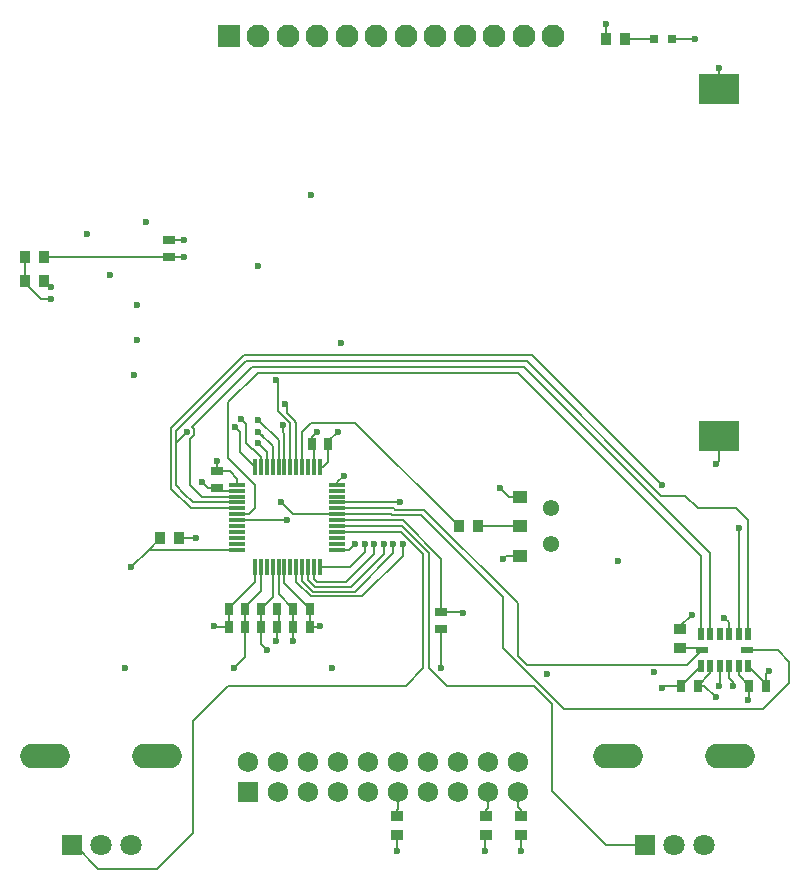
<source format=gbr>
%TF.GenerationSoftware,KiCad,Pcbnew,9.0.6-1.fc43*%
%TF.CreationDate,2025-12-20T07:51:11-05:00*%
%TF.ProjectId,electrical,656c6563-7472-4696-9361-6c2e6b696361,rev?*%
%TF.SameCoordinates,Original*%
%TF.FileFunction,Copper,L4,Bot*%
%TF.FilePolarity,Positive*%
%FSLAX46Y46*%
G04 Gerber Fmt 4.6, Leading zero omitted, Abs format (unit mm)*
G04 Created by KiCad (PCBNEW 9.0.6-1.fc43) date 2025-12-20 07:51:11*
%MOMM*%
%LPD*%
G01*
G04 APERTURE LIST*
%TA.AperFunction,ComponentPad*%
%ADD10R,1.725000X1.725000*%
%TD*%
%TA.AperFunction,ComponentPad*%
%ADD11C,1.725000*%
%TD*%
%TA.AperFunction,ComponentPad*%
%ADD12R,1.800000X1.800000*%
%TD*%
%TA.AperFunction,ComponentPad*%
%ADD13C,1.800000*%
%TD*%
%TA.AperFunction,ComponentPad*%
%ADD14O,4.200000X2.100000*%
%TD*%
%TA.AperFunction,SMDPad,CuDef*%
%ADD15R,1.200000X1.000000*%
%TD*%
%TA.AperFunction,ComponentPad*%
%ADD16C,1.381000*%
%TD*%
%TA.AperFunction,SMDPad,CuDef*%
%ADD17R,0.900000X1.000000*%
%TD*%
%TA.AperFunction,SMDPad,CuDef*%
%ADD18R,0.780000X0.990000*%
%TD*%
%TA.AperFunction,SMDPad,CuDef*%
%ADD19R,0.508000X1.117600*%
%TD*%
%TA.AperFunction,SMDPad,CuDef*%
%ADD20R,1.117600X0.508000*%
%TD*%
%TA.AperFunction,SMDPad,CuDef*%
%ADD21R,1.000000X0.900000*%
%TD*%
%TA.AperFunction,SMDPad,CuDef*%
%ADD22R,0.990000X0.780000*%
%TD*%
%TA.AperFunction,SMDPad,CuDef*%
%ADD23R,3.500000X2.600000*%
%TD*%
%TA.AperFunction,ComponentPad*%
%ADD24R,1.950000X1.950000*%
%TD*%
%TA.AperFunction,ComponentPad*%
%ADD25C,1.950000*%
%TD*%
%TA.AperFunction,SMDPad,CuDef*%
%ADD26R,1.475000X0.300000*%
%TD*%
%TA.AperFunction,SMDPad,CuDef*%
%ADD27R,0.300000X1.475000*%
%TD*%
%TA.AperFunction,SMDPad,CuDef*%
%ADD28R,0.800000X0.800000*%
%TD*%
%TA.AperFunction,ViaPad*%
%ADD29C,0.600000*%
%TD*%
%TA.AperFunction,Conductor*%
%ADD30C,0.200000*%
%TD*%
G04 APERTURE END LIST*
D10*
%TO.P,J1,1,1*%
%TO.N,+3V0*%
X143180000Y-129500000D03*
D11*
%TO.P,J1,2,2*%
X143180000Y-126960000D03*
%TO.P,J1,3,3*%
%TO.N,/Processor/TRST*%
X145720000Y-129500000D03*
%TO.P,J1,4,4*%
%TO.N,GND*%
X145720000Y-126960000D03*
%TO.P,J1,5,5*%
%TO.N,/Processor/TDI*%
X148260000Y-129500000D03*
%TO.P,J1,6,6*%
%TO.N,GND*%
X148260000Y-126960000D03*
%TO.P,J1,7,7*%
%TO.N,/Processor/TMS{slash}SWDAT*%
X150800000Y-129500000D03*
%TO.P,J1,8,8*%
%TO.N,GND*%
X150800000Y-126960000D03*
%TO.P,J1,9,9*%
%TO.N,/Processor/TCK{slash}SWCLK*%
X153340000Y-129500000D03*
%TO.P,J1,10,10*%
%TO.N,GND*%
X153340000Y-126960000D03*
%TO.P,J1,11,11*%
%TO.N,Net-(J1-Pad11)*%
X155880000Y-129500000D03*
%TO.P,J1,12,12*%
%TO.N,GND*%
X155880000Y-126960000D03*
%TO.P,J1,13,13*%
%TO.N,/Processor/TDO*%
X158420000Y-129500000D03*
%TO.P,J1,14,14*%
%TO.N,GND*%
X158420000Y-126960000D03*
%TO.P,J1,15,15*%
%TO.N,/Processor/NRST*%
X160960000Y-129500000D03*
%TO.P,J1,16,16*%
%TO.N,GND*%
X160960000Y-126960000D03*
%TO.P,J1,17,17*%
%TO.N,Net-(J1-Pad17)*%
X163500000Y-129500000D03*
%TO.P,J1,18,18*%
%TO.N,GND*%
X163500000Y-126960000D03*
%TO.P,J1,19,19*%
%TO.N,Net-(J1-Pad19)*%
X166040000Y-129500000D03*
%TO.P,J1,20,20*%
%TO.N,GND*%
X166040000Y-126960000D03*
%TD*%
D12*
%TO.P,RV1,1,1*%
%TO.N,/Processor/POT_1*%
X128250000Y-133975000D03*
D13*
%TO.P,RV1,2,2*%
%TO.N,GND*%
X130750000Y-133975000D03*
%TO.P,RV1,3,3*%
%TO.N,+3V0*%
X133250000Y-133975000D03*
D14*
%TO.P,RV1,S1*%
%TO.N,N/C*%
X126000000Y-126475000D03*
%TO.P,RV1,S2*%
X135500000Y-126475000D03*
%TD*%
D12*
%TO.P,RV2,1,1*%
%TO.N,/Processor/POT_2*%
X176750000Y-134000000D03*
D13*
%TO.P,RV2,2,2*%
%TO.N,GND*%
X179250000Y-134000000D03*
%TO.P,RV2,3,3*%
%TO.N,+3V0*%
X181750000Y-134000000D03*
D14*
%TO.P,RV2,S1*%
%TO.N,N/C*%
X174500000Y-126500000D03*
%TO.P,RV2,S2*%
X184000000Y-126500000D03*
%TD*%
D15*
%TO.P,SW2,1,A*%
%TO.N,+3V0*%
X166200000Y-104500000D03*
%TO.P,SW2,2,B*%
%TO.N,Net-(SW2A-B)*%
X166200000Y-107000000D03*
%TO.P,SW2,3,C*%
%TO.N,GND*%
X166200000Y-109500000D03*
D16*
%TO.P,SW2,4*%
%TO.N,N/C*%
X168800000Y-105500000D03*
%TO.P,SW2,5*%
X168800000Y-108500000D03*
%TD*%
D17*
%TO.P,R1,1*%
%TO.N,GND*%
X173500000Y-65750000D03*
%TO.P,R1,2*%
%TO.N,Net-(D1-K)*%
X175100000Y-65750000D03*
%TD*%
D18*
%TO.P,C7,1*%
%TO.N,GND*%
X145650000Y-114012000D03*
%TO.P,C7,2*%
%TO.N,+3V0*%
X144250000Y-114012000D03*
%TD*%
D19*
%TO.P,IC3,1,VDD_I/O*%
%TO.N,+3V0*%
X185506600Y-118871600D03*
%TO.P,IC3,2,GND_2*%
%TO.N,GND*%
X184693800Y-118871600D03*
%TO.P,IC3,3,RESERVED_2*%
%TO.N,+3V0*%
X183906400Y-118871600D03*
%TO.P,IC3,4,GND_3*%
%TO.N,GND*%
X183093600Y-118871600D03*
%TO.P,IC3,5,GND*%
X182306200Y-118871600D03*
%TO.P,IC3,6,VS*%
%TO.N,+3V0*%
X181493400Y-118871600D03*
D20*
%TO.P,IC3,7,~{CS}*%
%TO.N,/Accelerometer/ADXL_CS*%
X181620400Y-117500000D03*
D19*
%TO.P,IC3,8,INT1*%
%TO.N,/Accelerometer/ADXL_INT1*%
X181493400Y-116128400D03*
%TO.P,IC3,9,INT2*%
%TO.N,/Accelerometer/ADXL_INT2*%
X182306200Y-116128400D03*
%TO.P,IC3,10,NC*%
%TO.N,unconnected-(IC3-NC-Pad10)*%
X183093600Y-116128400D03*
%TO.P,IC3,11,RESERVED*%
%TO.N,+3V0*%
X183906400Y-116128400D03*
%TO.P,IC3,12,SDO/ALT_ADDRESS*%
%TO.N,/Accelerometer/ADXL_SDO*%
X184693800Y-116128400D03*
%TO.P,IC3,13,SDA/SDI/SDIO*%
%TO.N,/Accelerometer/ADXL_SDI*%
X185506600Y-116128400D03*
D20*
%TO.P,IC3,14,SCL/SCLK*%
%TO.N,/Accelerometer/ADXL_SCL*%
X185379600Y-117500000D03*
%TD*%
D21*
%TO.P,R2,1*%
%TO.N,Net-(J1-Pad19)*%
X166300000Y-131540000D03*
%TO.P,R2,2*%
%TO.N,GND*%
X166300000Y-133140000D03*
%TD*%
D18*
%TO.P,C5,1*%
%TO.N,GND*%
X148400000Y-114012000D03*
%TO.P,C5,2*%
%TO.N,+3V0*%
X147000000Y-114012000D03*
%TD*%
D21*
%TO.P,R3,1*%
%TO.N,GND*%
X163300000Y-133140000D03*
%TO.P,R3,2*%
%TO.N,Net-(J1-Pad17)*%
X163300000Y-131540000D03*
%TD*%
D22*
%TO.P,C2,1*%
%TO.N,GND*%
X140500000Y-103750000D03*
%TO.P,C2,2*%
%TO.N,+3V0*%
X140500000Y-102350000D03*
%TD*%
D23*
%TO.P,BT2,1,+*%
%TO.N,+3V0*%
X183000000Y-70000000D03*
%TO.P,BT2,2,-*%
%TO.N,GND*%
X183000000Y-99400000D03*
%TD*%
D18*
%TO.P,C3,1*%
%TO.N,GND*%
X148550000Y-100012000D03*
%TO.P,C3,2*%
%TO.N,+3V0*%
X149950000Y-100012000D03*
%TD*%
D22*
%TO.P,C21,1*%
%TO.N,+3V0*%
X136500000Y-84200000D03*
%TO.P,C21,2*%
%TO.N,GND*%
X136500000Y-82800000D03*
%TD*%
D18*
%TO.P,C4,1*%
%TO.N,+3V0*%
X141550000Y-115512000D03*
%TO.P,C4,2*%
%TO.N,GND*%
X142950000Y-115512000D03*
%TD*%
%TO.P,C8,1*%
%TO.N,+3V0*%
X144250000Y-115512000D03*
%TO.P,C8,2*%
%TO.N,GND*%
X145650000Y-115512000D03*
%TD*%
D17*
%TO.P,R5,1*%
%TO.N,/Processor/BOOT0*%
X161000000Y-107000000D03*
%TO.P,R5,2*%
%TO.N,Net-(SW2A-B)*%
X162600000Y-107000000D03*
%TD*%
D21*
%TO.P,R4,1*%
%TO.N,GND*%
X155800000Y-133140000D03*
%TO.P,R4,2*%
%TO.N,Net-(J1-Pad11)*%
X155800000Y-131540000D03*
%TD*%
%TO.P,R9,1*%
%TO.N,+3V0*%
X179750000Y-115700000D03*
%TO.P,R9,2*%
%TO.N,/Accelerometer/ADXL_CS*%
X179750000Y-117300000D03*
%TD*%
D22*
%TO.P,C9,1*%
%TO.N,/Processor/NRST*%
X159500000Y-114300000D03*
%TO.P,C9,2*%
%TO.N,GND*%
X159500000Y-115700000D03*
%TD*%
D17*
%TO.P,R10,1*%
%TO.N,+3V0*%
X125850000Y-84250000D03*
%TO.P,R10,2*%
%TO.N,/Screen/1V8*%
X124250000Y-84250000D03*
%TD*%
D18*
%TO.P,C11,1*%
%TO.N,+3V0*%
X187000000Y-120500000D03*
%TO.P,C11,2*%
%TO.N,GND*%
X185600000Y-120500000D03*
%TD*%
%TO.P,C10,1*%
%TO.N,GND*%
X181250000Y-120500000D03*
%TO.P,C10,2*%
%TO.N,+3V0*%
X179850000Y-120500000D03*
%TD*%
D24*
%TO.P,IC2,1,VIN*%
%TO.N,+3V0*%
X141520000Y-65530000D03*
D25*
%TO.P,IC2,2,3V0*%
%TO.N,unconnected-(IC2-3V0-Pad2)*%
X144020000Y-65530000D03*
%TO.P,IC2,3,GND*%
%TO.N,GND*%
X146520000Y-65530000D03*
%TO.P,IC2,4,SCK*%
%TO.N,/Processor/WIFI_SCK*%
X149020000Y-65530000D03*
%TO.P,IC2,5,MISO*%
%TO.N,/Processor/WIFI_MISO*%
X151520000Y-65530000D03*
%TO.P,IC2,6,MOSI*%
%TO.N,/Processor/WIFI_MOSI*%
X154020000Y-65530000D03*
%TO.P,IC2,7,CS*%
%TO.N,/Processor/WIFI_CS*%
X156520000Y-65530000D03*
%TO.P,IC2,8,BUSY*%
%TO.N,/Processor/WIFI_BUSY*%
X159020000Y-65530000D03*
%TO.P,IC2,9,RESET*%
%TO.N,/Processor/WIFI_RESET*%
X161520000Y-65530000D03*
%TO.P,IC2,10,GPIO_0*%
%TO.N,unconnected-(IC2-GPIO_0-Pad10)*%
X164020000Y-65530000D03*
%TO.P,IC2,11,UART_RX*%
%TO.N,unconnected-(IC2-UART_RX-Pad11)*%
X166520000Y-65530000D03*
%TO.P,IC2,12,UART_TX*%
%TO.N,unconnected-(IC2-UART_TX-Pad12)*%
X169020000Y-65530000D03*
%TD*%
D17*
%TO.P,R11,1*%
%TO.N,GND*%
X125850000Y-86250000D03*
%TO.P,R11,2*%
%TO.N,/Screen/1V8*%
X124250000Y-86250000D03*
%TD*%
D26*
%TO.P,IC1,1,VBAT*%
%TO.N,+3V0*%
X150738000Y-103500000D03*
%TO.P,IC1,2,PC13*%
%TO.N,unconnected-(IC1-PC13-Pad2)*%
X150738000Y-104000000D03*
%TO.P,IC1,3,PC14_-_OSC32_IN*%
%TO.N,unconnected-(IC1-PC14_-_OSC32_IN-Pad3)*%
X150738000Y-104500000D03*
%TO.P,IC1,4,PC15_-_OSC32_OUT*%
%TO.N,/Processor/BUTTON_2*%
X150738000Y-105000000D03*
%TO.P,IC1,5,PF0_-_OSC_IN*%
%TO.N,/Accelerometer/ADXL_CS*%
X150738000Y-105500000D03*
%TO.P,IC1,6,PF1_-_OSC_OUT*%
%TO.N,/Accelerometer/ADXL_SCL*%
X150738000Y-106000000D03*
%TO.P,IC1,7,PG10_-_NRST*%
%TO.N,/Processor/NRST*%
X150738000Y-106500000D03*
%TO.P,IC1,8,PA0*%
%TO.N,/Processor/POT_2*%
X150738000Y-107000000D03*
%TO.P,IC1,9,PA1*%
%TO.N,/Processor/POT_1*%
X150738000Y-107500000D03*
%TO.P,IC1,10,PA2*%
%TO.N,unconnected-(IC1-PA2-Pad10)*%
X150738000Y-108000000D03*
%TO.P,IC1,11,PA3*%
%TO.N,unconnected-(IC1-PA3-Pad11)*%
X150738000Y-108500000D03*
%TO.P,IC1,12,PA4*%
%TO.N,/Processor/WIFI_CS*%
X150738000Y-109000000D03*
D27*
%TO.P,IC1,13,PA5*%
%TO.N,/Processor/WIFI_SCK*%
X149250000Y-110488000D03*
%TO.P,IC1,14,PA6*%
%TO.N,/Processor/WIFI_MISO*%
X148750000Y-110488000D03*
%TO.P,IC1,15,PA7*%
%TO.N,/Processor/WIFI_MOSI*%
X148250000Y-110488000D03*
%TO.P,IC1,16,PB0*%
%TO.N,/Processor/WIFI_RESET*%
X147750000Y-110488000D03*
%TO.P,IC1,17,PB1*%
%TO.N,/Processor/WIFI_BUSY*%
X147250000Y-110488000D03*
%TO.P,IC1,18,PB2*%
%TO.N,unconnected-(IC1-PB2-Pad18)*%
X146750000Y-110488000D03*
%TO.P,IC1,19,VSSA*%
%TO.N,GND*%
X146250000Y-110488000D03*
%TO.P,IC1,20,VREF+*%
%TO.N,+3V0*%
X145750000Y-110488000D03*
%TO.P,IC1,21,VDDA*%
X145250000Y-110488000D03*
%TO.P,IC1,22,PB10*%
%TO.N,unconnected-(IC1-PB10-Pad22)*%
X144750000Y-110488000D03*
%TO.P,IC1,23,VSS_1*%
%TO.N,GND*%
X144250000Y-110488000D03*
%TO.P,IC1,24,VDD_1*%
%TO.N,+3V0*%
X143750000Y-110488000D03*
D26*
%TO.P,IC1,25,PB11*%
%TO.N,/Processor/BUTTON_1*%
X142262000Y-109000000D03*
%TO.P,IC1,26,PB12*%
%TO.N,unconnected-(IC1-PB12-Pad26)*%
X142262000Y-108500000D03*
%TO.P,IC1,27,PB13*%
%TO.N,unconnected-(IC1-PB13-Pad27)*%
X142262000Y-108000000D03*
%TO.P,IC1,28,PB14*%
%TO.N,unconnected-(IC1-PB14-Pad28)*%
X142262000Y-107500000D03*
%TO.P,IC1,29,PB15*%
%TO.N,unconnected-(IC1-PB15-Pad29)*%
X142262000Y-107000000D03*
%TO.P,IC1,30,PA8*%
%TO.N,/Processor/EINK_RST*%
X142262000Y-106500000D03*
%TO.P,IC1,31,PA9*%
%TO.N,/Accelerometer/ADXL_INT1*%
X142262000Y-106000000D03*
%TO.P,IC1,32,PA10*%
%TO.N,/Accelerometer/ADXL_SDO*%
X142262000Y-105500000D03*
%TO.P,IC1,33,PA11*%
%TO.N,/Accelerometer/ADXL_SDI*%
X142262000Y-105000000D03*
%TO.P,IC1,34,PA12*%
%TO.N,/Accelerometer/ADXL_INT2*%
X142262000Y-104500000D03*
%TO.P,IC1,35,VSS_2*%
%TO.N,GND*%
X142262000Y-104000000D03*
%TO.P,IC1,36,VDD_2*%
%TO.N,+3V0*%
X142262000Y-103500000D03*
D27*
%TO.P,IC1,37,PA13*%
%TO.N,/Processor/TMS{slash}SWDAT*%
X143750000Y-102012000D03*
%TO.P,IC1,38,PA14*%
%TO.N,/Processor/TCK{slash}SWCLK*%
X144250000Y-102012000D03*
%TO.P,IC1,39,PA15*%
%TO.N,/Processor/TDI*%
X144750000Y-102012000D03*
%TO.P,IC1,40,PB3*%
%TO.N,/Processor/TDO*%
X145250000Y-102012000D03*
%TO.P,IC1,41,PB4*%
%TO.N,/Processor/TRST*%
X145750000Y-102012000D03*
%TO.P,IC1,42,PB5*%
%TO.N,/Processor/EINK_CS*%
X146250000Y-102012000D03*
%TO.P,IC1,43,PB6*%
%TO.N,/Processor/EINK_BUSY*%
X146750000Y-102012000D03*
%TO.P,IC1,44,PB7*%
%TO.N,/Processor/EINK_D_C*%
X147250000Y-102012000D03*
%TO.P,IC1,45,PB8-BOOT0*%
%TO.N,/Processor/BOOT0*%
X147750000Y-102012000D03*
%TO.P,IC1,46,PB9*%
%TO.N,unconnected-(IC1-PB9-Pad46)*%
X148250000Y-102012000D03*
%TO.P,IC1,47,VSS_3*%
%TO.N,GND*%
X148750000Y-102012000D03*
%TO.P,IC1,48,VDD_3*%
%TO.N,+3V0*%
X149250000Y-102012000D03*
%TD*%
D18*
%TO.P,C1,1*%
%TO.N,GND*%
X142950000Y-114012000D03*
%TO.P,C1,2*%
%TO.N,+3V0*%
X141550000Y-114012000D03*
%TD*%
D17*
%TO.P,R7,1*%
%TO.N,/Processor/BUTTON_1*%
X135750000Y-108000000D03*
%TO.P,R7,2*%
%TO.N,+3V0*%
X137350000Y-108000000D03*
%TD*%
D28*
%TO.P,D1,1,K*%
%TO.N,Net-(D1-K)*%
X177550000Y-65750000D03*
%TO.P,D1,2,A*%
%TO.N,+3V0*%
X179050000Y-65750000D03*
%TD*%
D18*
%TO.P,C6,1*%
%TO.N,+3V0*%
X147000000Y-115512000D03*
%TO.P,C6,2*%
%TO.N,GND*%
X148400000Y-115512000D03*
%TD*%
D29*
%TO.N,GND*%
X182750000Y-101750000D03*
X166250000Y-134500000D03*
X133750000Y-91250000D03*
X142000000Y-119000000D03*
X139250000Y-103250000D03*
X133750000Y-88250000D03*
X159500000Y-119000000D03*
X177500000Y-119350000D03*
X168500000Y-119500000D03*
X145500000Y-116750000D03*
X163250000Y-134500000D03*
X148500000Y-79000000D03*
X149250000Y-115500000D03*
X185500000Y-121750000D03*
X126500000Y-86750000D03*
X155750000Y-134500000D03*
X173500000Y-64500000D03*
X164750000Y-109750000D03*
X183000000Y-120500000D03*
X129500000Y-82250000D03*
X182750000Y-121500000D03*
X133500000Y-94250000D03*
X132750000Y-119000000D03*
X134500000Y-81250000D03*
X137750000Y-82750000D03*
X150250000Y-119000000D03*
X149000000Y-99000000D03*
%TO.N,+3V0*%
X147000000Y-116750000D03*
X138750000Y-108000000D03*
X178250000Y-120750000D03*
X144750000Y-117500000D03*
X151000000Y-91500000D03*
X183500000Y-114750000D03*
X187250000Y-119250000D03*
X151250000Y-102750000D03*
X150750000Y-99000000D03*
X140250000Y-115500000D03*
X140500000Y-101500000D03*
X183000000Y-68250000D03*
X137750000Y-84250000D03*
X144000000Y-85000000D03*
X174500000Y-110000000D03*
X180750000Y-114500000D03*
X131500000Y-85750000D03*
X184250000Y-120500000D03*
X181000000Y-65750000D03*
X164500000Y-103750000D03*
%TO.N,/Processor/NRST*%
X161375000Y-114375000D03*
%TO.N,/Screen/1V8*%
X126500000Y-87750000D03*
%TO.N,/Accelerometer/ADXL_SCL*%
X146000000Y-105000000D03*
%TO.N,/Processor/EINK_CS*%
X146092185Y-98440715D03*
%TO.N,/Processor/EINK_D_C*%
X146318500Y-96667027D03*
%TO.N,/Processor/TCK{slash}SWCLK*%
X142543761Y-97934358D03*
%TO.N,/Processor/TMS{slash}SWDAT*%
X142100000Y-98600000D03*
%TO.N,/Processor/WIFI_CS*%
X152250000Y-108500000D03*
%TO.N,/Processor/WIFI_SCK*%
X153050003Y-108500000D03*
%TO.N,/Processor/BUTTON_2*%
X156000000Y-105000000D03*
%TO.N,/Processor/EINK_RST*%
X146500000Y-106500000D03*
%TO.N,/Processor/BUTTON_1*%
X133250000Y-110500000D03*
%TO.N,/Processor/WIFI_BUSY*%
X156250015Y-108500000D03*
%TO.N,/Processor/TRST*%
X144000000Y-98000000D03*
%TO.N,/Accelerometer/ADXL_SDO*%
X184693800Y-107193800D03*
X178250000Y-103500000D03*
%TO.N,/Processor/WIFI_MOSI*%
X154650009Y-108500000D03*
%TO.N,/Processor/TDO*%
X144000000Y-99000000D03*
%TO.N,/Processor/WIFI_RESET*%
X155450012Y-108500000D03*
%TO.N,/Accelerometer/ADXL_SDI*%
X138000000Y-99000000D03*
%TO.N,/Processor/EINK_BUSY*%
X145515627Y-94600000D03*
%TO.N,/Processor/WIFI_MISO*%
X153850006Y-108500000D03*
%TO.N,/Processor/TDI*%
X144000000Y-100000000D03*
%TD*%
D30*
%TO.N,GND*%
X146250000Y-110488000D02*
X146250000Y-111862000D01*
X140750000Y-104000000D02*
X140500000Y-103750000D01*
X142950000Y-118050000D02*
X142000000Y-119000000D01*
X145650000Y-116600000D02*
X145500000Y-116750000D01*
X185600000Y-120500000D02*
X185600000Y-121650000D01*
X149238000Y-115512000D02*
X149250000Y-115500000D01*
X137700000Y-82800000D02*
X137750000Y-82750000D01*
X183093600Y-120406400D02*
X183000000Y-120500000D01*
X173500000Y-65750000D02*
X173500000Y-64500000D01*
X148400000Y-114012000D02*
X148400000Y-115512000D01*
X148550000Y-99450000D02*
X149000000Y-99000000D01*
X185600000Y-121650000D02*
X185500000Y-121750000D01*
X159500000Y-115700000D02*
X159500000Y-119000000D01*
X136500000Y-82800000D02*
X137700000Y-82800000D01*
X148550000Y-100012000D02*
X148550000Y-99450000D01*
X185600000Y-120500000D02*
X184693800Y-119593800D01*
X148400000Y-115512000D02*
X149238000Y-115512000D01*
X148750000Y-100212000D02*
X148750000Y-102012000D01*
X163250000Y-133190000D02*
X163300000Y-133140000D01*
X181750000Y-120500000D02*
X182750000Y-121500000D01*
X165000000Y-109500000D02*
X164750000Y-109750000D01*
X145750000Y-115512000D02*
X145750000Y-114112000D01*
X142950000Y-115512000D02*
X142950000Y-118050000D01*
X144250000Y-112525000D02*
X142950000Y-113825000D01*
X166200000Y-109500000D02*
X165000000Y-109500000D01*
X183000000Y-101500000D02*
X182750000Y-101750000D01*
X142950000Y-114012000D02*
X142750000Y-113812000D01*
X155750000Y-134500000D02*
X155750000Y-133190000D01*
X181250000Y-120500000D02*
X182306200Y-119443800D01*
X183000000Y-99400000D02*
X183000000Y-101500000D01*
X163250000Y-134500000D02*
X163250000Y-133190000D01*
X142262000Y-104000000D02*
X140750000Y-104000000D01*
X145650000Y-115512000D02*
X145650000Y-116600000D01*
X166250000Y-133190000D02*
X166300000Y-133140000D01*
X182306200Y-119443800D02*
X182306200Y-118871600D01*
X142950000Y-113825000D02*
X142950000Y-114012000D01*
X140500000Y-103750000D02*
X139750000Y-103750000D01*
X145750000Y-114112000D02*
X145650000Y-114012000D01*
X146250000Y-111862000D02*
X148400000Y-114012000D01*
X148550000Y-100012000D02*
X148750000Y-100212000D01*
X142950000Y-115512000D02*
X142950000Y-114012000D01*
X166250000Y-134500000D02*
X166250000Y-133190000D01*
X181250000Y-120500000D02*
X181750000Y-120500000D01*
X139750000Y-103750000D02*
X139250000Y-103250000D01*
X183093600Y-118871600D02*
X183093600Y-120406400D01*
X144250000Y-110488000D02*
X144250000Y-112525000D01*
X155750000Y-133190000D02*
X155800000Y-133140000D01*
X184693800Y-119593800D02*
X184693800Y-118871600D01*
%TO.N,+3V0*%
X150738000Y-103262000D02*
X151250000Y-102750000D01*
X187000000Y-120500000D02*
X187000000Y-120365000D01*
X179850000Y-120500000D02*
X178500000Y-120500000D01*
X137700000Y-84200000D02*
X137750000Y-84250000D01*
X149488000Y-102012000D02*
X149950000Y-101550000D01*
X184250000Y-120187200D02*
X183906400Y-119843600D01*
X166200000Y-104500000D02*
X165250000Y-104500000D01*
X145250000Y-113012000D02*
X145250000Y-110488000D01*
X141550000Y-115512000D02*
X140262000Y-115512000D01*
X125850000Y-84250000D02*
X136450000Y-84250000D01*
X143750000Y-111750000D02*
X143750000Y-110488000D01*
X144250000Y-117000000D02*
X144750000Y-117500000D01*
X145750000Y-112762000D02*
X145750000Y-110488000D01*
X147000000Y-115512000D02*
X147000000Y-114012000D01*
X149950000Y-101550000D02*
X149950000Y-100012000D01*
X184250000Y-120500000D02*
X184250000Y-120187200D01*
X141550000Y-113950000D02*
X143750000Y-111750000D01*
X165250000Y-104500000D02*
X164500000Y-103750000D01*
X136500000Y-84200000D02*
X137700000Y-84200000D01*
X144250000Y-115512000D02*
X144250000Y-114012000D01*
X142262000Y-103012000D02*
X141600000Y-102350000D01*
X183906400Y-119843600D02*
X183906400Y-118871600D01*
X141600000Y-102350000D02*
X140500000Y-102350000D01*
X187000000Y-120500000D02*
X187000000Y-119500000D01*
X142262000Y-103500000D02*
X142262000Y-103012000D01*
X144250000Y-114012000D02*
X145250000Y-113012000D01*
X137350000Y-108000000D02*
X138750000Y-108000000D01*
X149950000Y-100012000D02*
X149950000Y-99800000D01*
X140500000Y-102350000D02*
X140500000Y-101500000D01*
X183906400Y-116128400D02*
X183906400Y-115156400D01*
X187000000Y-120365000D02*
X185506600Y-118871600D01*
X141550000Y-115512000D02*
X141550000Y-114012000D01*
X183000000Y-70000000D02*
X183000000Y-68250000D01*
X150738000Y-103500000D02*
X150738000Y-103262000D01*
X179850000Y-120500000D02*
X179865000Y-120500000D01*
X179750000Y-115500000D02*
X180750000Y-114500000D01*
X141550000Y-114012000D02*
X141550000Y-113950000D01*
X149250000Y-102012000D02*
X149488000Y-102012000D01*
X144250000Y-115512000D02*
X144250000Y-117000000D01*
X147000000Y-115512000D02*
X147000000Y-116750000D01*
X149950000Y-99800000D02*
X150750000Y-99000000D01*
X136450000Y-84250000D02*
X136500000Y-84200000D01*
X140262000Y-115512000D02*
X140250000Y-115500000D01*
X179050000Y-65750000D02*
X181000000Y-65750000D01*
X179865000Y-120500000D02*
X181493400Y-118871600D01*
X187000000Y-119500000D02*
X187250000Y-119250000D01*
X178500000Y-120500000D02*
X178250000Y-120750000D01*
X183906400Y-115156400D02*
X183500000Y-114750000D01*
X179750000Y-115700000D02*
X179750000Y-115500000D01*
X147000000Y-114012000D02*
X145750000Y-112762000D01*
%TO.N,/Processor/NRST*%
X161300000Y-114300000D02*
X161375000Y-114375000D01*
X159500000Y-114300000D02*
X161300000Y-114300000D01*
X156250000Y-106500000D02*
X159500000Y-109750000D01*
X159500000Y-109750000D02*
X159500000Y-114300000D01*
X150738000Y-106500000D02*
X156250000Y-106500000D01*
%TO.N,/Screen/1V8*%
X126500000Y-87750000D02*
X125598530Y-87750000D01*
X124250000Y-86401470D02*
X124250000Y-84250000D01*
X125598530Y-87750000D02*
X124250000Y-86401470D01*
%TO.N,Net-(D1-K)*%
X177550000Y-65750000D02*
X175100000Y-65750000D01*
%TO.N,/Accelerometer/ADXL_SCL*%
X164750000Y-113000000D02*
X164750000Y-117317100D01*
X186750000Y-122500000D02*
X189000000Y-120250000D01*
X147000000Y-106000000D02*
X146000000Y-105000000D01*
X155349000Y-106099000D02*
X157849000Y-106099000D01*
X164750000Y-117317100D02*
X169932900Y-122500000D01*
X169932900Y-122500000D02*
X186750000Y-122500000D01*
X189000000Y-118500000D02*
X188000000Y-117500000D01*
X150738000Y-106000000D02*
X155250000Y-106000000D01*
X155250000Y-106000000D02*
X155349000Y-106099000D01*
X157849000Y-106099000D02*
X164750000Y-113000000D01*
X150738000Y-106000000D02*
X147000000Y-106000000D01*
X188000000Y-117500000D02*
X185379600Y-117500000D01*
X189000000Y-120250000D02*
X189000000Y-118500000D01*
%TO.N,/Accelerometer/ADXL_INT1*%
X144000000Y-94000000D02*
X166000000Y-94000000D01*
X181493400Y-109493400D02*
X181493400Y-116128400D01*
X143750000Y-103500000D02*
X141500000Y-101250000D01*
X141500000Y-96500000D02*
X144000000Y-94000000D01*
X142262000Y-106000000D02*
X143251500Y-106000000D01*
X166000000Y-94000000D02*
X181493400Y-109493400D01*
X143750000Y-105501500D02*
X143750000Y-103500000D01*
X141500000Y-101250000D02*
X141500000Y-96500000D01*
X143251500Y-106000000D02*
X143750000Y-105501500D01*
%TO.N,/Accelerometer/ADXL_INT2*%
X166500000Y-93500000D02*
X182306200Y-109306200D01*
X142262000Y-104500000D02*
X139250000Y-104500000D01*
X182306200Y-109306200D02*
X182306200Y-116128400D01*
X138424972Y-98575028D02*
X143500000Y-93500000D01*
X138500000Y-103737000D02*
X138250000Y-103487000D01*
X138500000Y-103750000D02*
X138500000Y-103737000D01*
X139250000Y-104500000D02*
X138500000Y-103750000D01*
X138250000Y-103487000D02*
X138250000Y-99601000D01*
X138250000Y-99601000D02*
X138248943Y-99601000D01*
X138601000Y-98751057D02*
X138424972Y-98575028D01*
X143500000Y-93500000D02*
X166500000Y-93500000D01*
X138601000Y-99248943D02*
X138601000Y-98751057D01*
X138248943Y-99601000D02*
X138601000Y-99248943D01*
%TO.N,/Processor/EINK_CS*%
X146092185Y-98440715D02*
X146092185Y-99025085D01*
X146092185Y-99025085D02*
X146250000Y-99182900D01*
X146250000Y-99182900D02*
X146250000Y-102012000D01*
%TO.N,/Processor/EINK_D_C*%
X146500000Y-96848527D02*
X146500000Y-97432900D01*
X147151000Y-98151000D02*
X147250000Y-98250000D01*
X146500000Y-97432900D02*
X147151000Y-98083900D01*
X147151000Y-98083900D02*
X147151000Y-98151000D01*
X146318500Y-96667027D02*
X146500000Y-96848527D01*
X147250000Y-98250000D02*
X147250000Y-102012000D01*
%TO.N,/Processor/BOOT0*%
X147750000Y-102012000D02*
X147750000Y-99000000D01*
X152250000Y-98250000D02*
X161000000Y-107000000D01*
X147750000Y-99000000D02*
X148500000Y-98250000D01*
X148500000Y-98250000D02*
X152250000Y-98250000D01*
%TO.N,/Processor/TCK{slash}SWCLK*%
X143000000Y-100000000D02*
X143000000Y-98390597D01*
X143000000Y-98390597D02*
X142543761Y-97934358D01*
X144250000Y-102012000D02*
X144250000Y-101136250D01*
X143500000Y-100500000D02*
X143000000Y-100000000D01*
X143613750Y-100500000D02*
X143500000Y-100500000D01*
X144201000Y-101963000D02*
X144250000Y-102012000D01*
X144250000Y-101136250D02*
X143613750Y-100500000D01*
%TO.N,/Processor/TMS{slash}SWDAT*%
X142500000Y-99000000D02*
X142100000Y-98600000D01*
X142500000Y-99000000D02*
X142500000Y-100762000D01*
X142500000Y-100762000D02*
X143750000Y-102012000D01*
%TO.N,/Processor/WIFI_CS*%
X151750000Y-109000000D02*
X152250000Y-108500000D01*
X150738000Y-109000000D02*
X151750000Y-109000000D01*
%TO.N,/Processor/WIFI_SCK*%
X153050003Y-109199997D02*
X153050003Y-108500000D01*
X151762000Y-110488000D02*
X153050003Y-109199997D01*
X151762000Y-110488000D02*
X149250000Y-110488000D01*
%TO.N,/Processor/BUTTON_2*%
X150738000Y-105000000D02*
X156000000Y-105000000D01*
%TO.N,/Processor/EINK_RST*%
X142262000Y-106500000D02*
X146500000Y-106500000D01*
%TO.N,/Accelerometer/ADXL_CS*%
X179750000Y-117300000D02*
X181420400Y-117300000D01*
X181420400Y-117300000D02*
X181620400Y-117500000D01*
X155601000Y-105601000D02*
X158049000Y-105601000D01*
X150738000Y-105500000D02*
X155500000Y-105500000D01*
X155500000Y-105500000D02*
X155601000Y-105601000D01*
X166750000Y-118750000D02*
X180370400Y-118750000D01*
X166000000Y-118000000D02*
X166750000Y-118750000D01*
X180370400Y-118750000D02*
X181620400Y-117500000D01*
X166000000Y-113552000D02*
X166000000Y-118000000D01*
X158049000Y-105601000D02*
X166000000Y-113552000D01*
%TO.N,/Processor/BUTTON_1*%
X135750000Y-108000000D02*
X135850000Y-108000000D01*
X134750000Y-109000000D02*
X133250000Y-110500000D01*
X142262000Y-109000000D02*
X134750000Y-109000000D01*
X134750000Y-109000000D02*
X135750000Y-108000000D01*
%TO.N,/Processor/WIFI_BUSY*%
X156250015Y-109499985D02*
X156250015Y-108500000D01*
X152797000Y-112953000D02*
X156250015Y-109499985D01*
X147250000Y-111701300D02*
X147250000Y-110488000D01*
X152797000Y-112953000D02*
X148501700Y-112953000D01*
X148501700Y-112953000D02*
X147250000Y-111701300D01*
%TO.N,/Processor/TRST*%
X145750000Y-102012000D02*
X145750000Y-99750000D01*
X145750000Y-99750000D02*
X144000000Y-98000000D01*
%TO.N,/Accelerometer/ADXL_SDO*%
X136651000Y-103833900D02*
X138317100Y-105500000D01*
X167250000Y-92500000D02*
X142817100Y-92500000D01*
X184693800Y-107193800D02*
X184693800Y-116128400D01*
X136651000Y-98666100D02*
X136651000Y-103833900D01*
X138317100Y-105500000D02*
X142262000Y-105500000D01*
X178250000Y-103500000D02*
X167250000Y-92500000D01*
X142817100Y-92500000D02*
X136651000Y-98666100D01*
%TO.N,/Processor/WIFI_MOSI*%
X154650009Y-109349991D02*
X154650009Y-108500000D01*
X151849000Y-112151000D02*
X148833900Y-112151000D01*
X151849000Y-112151000D02*
X154650009Y-109349991D01*
X148833900Y-112151000D02*
X148250000Y-111567100D01*
X148250000Y-111567100D02*
X148250000Y-110488000D01*
%TO.N,/Processor/TDO*%
X144000000Y-99000000D02*
X144500000Y-99500000D01*
X145250000Y-100250000D02*
X145250000Y-102012000D01*
X144000000Y-99000000D02*
X145250000Y-100250000D01*
%TO.N,/Processor/WIFI_RESET*%
X148667800Y-112552000D02*
X147750000Y-111634200D01*
X147750000Y-111634200D02*
X147750000Y-110488000D01*
X152198000Y-112552000D02*
X148667800Y-112552000D01*
X155450012Y-109299988D02*
X155450012Y-108500000D01*
X152198000Y-112552000D02*
X155450012Y-109299988D01*
%TO.N,/Accelerometer/ADXL_SDI*%
X137052000Y-99948000D02*
X138000000Y-99000000D01*
X137750000Y-104250000D02*
X137052000Y-103552000D01*
X184501057Y-105501057D02*
X185506600Y-106506600D01*
X181251057Y-105501057D02*
X184501057Y-105501057D01*
X143000000Y-93000000D02*
X166750000Y-93000000D01*
X166750000Y-93000000D02*
X178166049Y-104416049D01*
X137052000Y-100500000D02*
X137052000Y-98948000D01*
X178166049Y-104416049D02*
X180166049Y-104416049D01*
X142262000Y-105000000D02*
X138500000Y-105000000D01*
X137052000Y-100500000D02*
X137052000Y-99948000D01*
X137052000Y-103552000D02*
X137052000Y-100500000D01*
X138500000Y-105000000D02*
X137750000Y-104250000D01*
X137052000Y-98948000D02*
X143000000Y-93000000D01*
X180166049Y-104416049D02*
X181251057Y-105501057D01*
X185506600Y-106506600D02*
X185506600Y-116128400D01*
%TO.N,/Processor/POT_2*%
X158500000Y-109317100D02*
X158500000Y-119000000D01*
X168932900Y-122067100D02*
X168932900Y-127500000D01*
X168932900Y-128000000D02*
X168932900Y-129432900D01*
X170000000Y-130500000D02*
X173500000Y-134000000D01*
X150738000Y-107000000D02*
X156182900Y-107000000D01*
X160000000Y-120500000D02*
X167365800Y-120500000D01*
X168932900Y-127500000D02*
X168932900Y-127000000D01*
X169500000Y-130000000D02*
X170000000Y-130500000D01*
X173500000Y-134000000D02*
X176750000Y-134000000D01*
X168932900Y-129432900D02*
X169500000Y-130000000D01*
X167365800Y-120500000D02*
X168932900Y-122067100D01*
X158500000Y-119000000D02*
X160000000Y-120500000D01*
X156182900Y-107000000D02*
X158500000Y-109317100D01*
X168932900Y-127500000D02*
X168932900Y-128000000D01*
%TO.N,/Processor/EINK_BUSY*%
X146750000Y-98250000D02*
X146750000Y-102012000D01*
X145718500Y-94802873D02*
X145718500Y-97218500D01*
X145515627Y-94600000D02*
X145718500Y-94802873D01*
X145718500Y-97218500D02*
X146750000Y-98250000D01*
%TO.N,/Processor/WIFI_MISO*%
X151500000Y-111750000D02*
X153850006Y-109399994D01*
X151500000Y-111750000D02*
X149000000Y-111750000D01*
X153850006Y-109399994D02*
X153850006Y-108500000D01*
X148750000Y-111500000D02*
X148750000Y-110488000D01*
X149000000Y-111750000D02*
X148750000Y-111500000D01*
%TO.N,/Processor/TDI*%
X144750000Y-102012000D02*
X144750000Y-100750000D01*
X144750000Y-100750000D02*
X144000000Y-100000000D01*
%TO.N,/Processor/POT_1*%
X128475000Y-133975000D02*
X128250000Y-133975000D01*
X150738000Y-107500000D02*
X156099958Y-107500000D01*
X158000000Y-119000000D02*
X156500000Y-120500000D01*
X141500000Y-120500000D02*
X138500000Y-123500000D01*
X130500000Y-136000000D02*
X128475000Y-133975000D01*
X138500000Y-123500000D02*
X138500000Y-133000000D01*
X138500000Y-133000000D02*
X135500000Y-136000000D01*
X135500000Y-136000000D02*
X130500000Y-136000000D01*
X156500000Y-120500000D02*
X141500000Y-120500000D01*
X156099958Y-107500000D02*
X158000000Y-109400042D01*
X158000000Y-109400042D02*
X158000000Y-119000000D01*
%TO.N,Net-(J1-Pad17)*%
X163300000Y-131540000D02*
X163300000Y-131040000D01*
X163300000Y-131040000D02*
X163500000Y-130840000D01*
X163500000Y-130840000D02*
X163500000Y-129500000D01*
%TO.N,Net-(J1-Pad11)*%
X155800000Y-131540000D02*
X155800000Y-131040000D01*
X155880000Y-130960000D02*
X155880000Y-129500000D01*
X155800000Y-131040000D02*
X155880000Y-130960000D01*
%TO.N,Net-(J1-Pad19)*%
X166040000Y-130780000D02*
X166040000Y-129500000D01*
X166300000Y-131040000D02*
X166040000Y-130780000D01*
X166300000Y-131540000D02*
X166300000Y-131040000D01*
%TO.N,Net-(SW2A-B)*%
X162600000Y-107000000D02*
X166200000Y-107000000D01*
%TD*%
M02*

</source>
